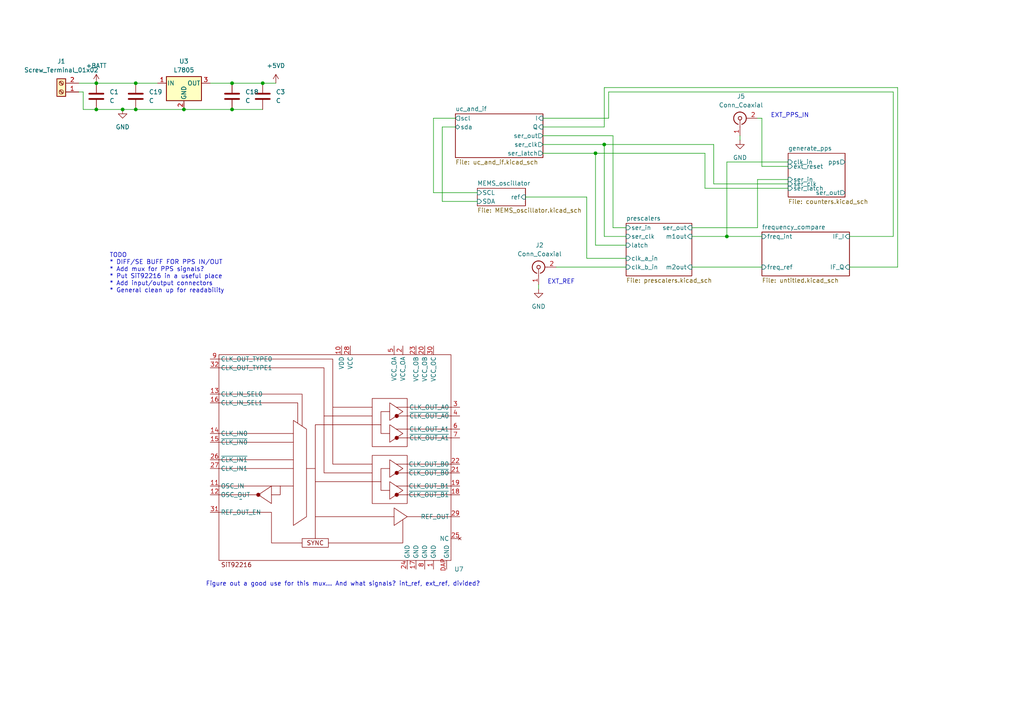
<source format=kicad_sch>
(kicad_sch (version 20230121) (generator eeschema)
  (paper "A4")
  (lib_symbols
    (symbol "Connector:Conn_Coaxial" (pin_names (offset 1.016) hide)
      (property "Reference" "J" (at 0.254 3.048 0))
      (property "Value" "Conn_Coaxial" (at 2.921 0 90))
      (symbol "Conn_Coaxial_0_1"
        (arc (start -1.778 -0.508) (mid 0.2311 -1.8066) (end 1.778 0) (stroke (width 0.254)))
        (polyline (pts (xy -2.54 0) (xy -0.508 0)))
        (polyline (pts (xy 0 -2.54) (xy 0 -1.778)))
        (circle (center 0 0) (radius 0.508) (stroke (width 0.2032)))
        (arc (start 1.778 0) (mid 0.2099 1.8101) (end -1.778 0.508) (stroke (width 0.254)))
      )
      (symbol "Conn_Coaxial_1_1"
        (pin passive line (at -5.08 0 0) (length 2.54) (name "In") (number "1"))
        (pin passive line (at 0 -5.08 90) (length 2.54) (name "Ext") (number "2"))
      )
    )
    (symbol "Connector:Screw_Terminal_01x02" (pin_names (offset 1.016) hide)
      (property "Reference" "J" (at 0 2.54 0))
      (property "Value" "Screw_Terminal_01x02" (at 0 -5.08 0))
      (symbol "Screw_Terminal_01x02_1_1"
        (rectangle (start -1.27 1.27) (end 1.27 -3.81) (stroke (width 0.254)) (fill (type background)))
        (circle (center 0 -2.54) (radius 0.635) (stroke (width 0.1524)))
        (polyline (pts (xy -0.5334 -2.2098) (xy 0.3302 -3.048)) (stroke (width 0.1524)))
        (polyline (pts (xy -0.5334 0.3302) (xy 0.3302 -0.508)) (stroke (width 0.1524)))
        (polyline (pts (xy -0.3556 -2.032) (xy 0.508 -2.8702)) (stroke (width 0.1524)))
        (polyline (pts (xy -0.3556 0.508) (xy 0.508 -0.3302)) (stroke (width 0.1524)))
        (circle (center 0 0) (radius 0.635) (stroke (width 0.1524)))
        (pin passive line (at -5.08 0 0) (length 3.81) (name "Pin_1") (number "1"))
        (pin passive line (at -5.08 -2.54 0) (length 3.81) (name "Pin_2") (number "2"))
      )
    )
    (symbol "Device:C" (pin_numbers hide) (pin_names (offset 0.254))
      (property "Reference" "C" (at 0.635 2.54 0))
      (property "Value" "C" (at 0.635 -2.54 0))
      (symbol "C_0_1"
        (polyline (pts (xy -2.032 -0.762) (xy 2.032 -0.762)) (stroke (width 0.508)))
        (polyline (pts (xy -2.032 0.762) (xy 2.032 0.762)) (stroke (width 0.508)))
      )
      (symbol "C_1_1"
        (pin passive line (at 0 3.81 270) (length 2.794) (name "~") (number "1"))
        (pin passive line (at 0 -3.81 90) (length 2.794) (name "~") (number "2"))
      )
    )
    (symbol "Regulator_Linear:L7805" (pin_names (offset 0.254))
      (property "Reference" "U" (at -3.81 3.175 0))
      (property "Value" "L7805" (at 0 3.175 0))
      (symbol "L7805_0_1"
        (rectangle (start -5.08 1.905) (end 5.08 -5.08) (stroke (width 0.254)) (fill (type background)))
      )
      (symbol "L7805_1_1"
        (pin power_in line (at -7.62 0 0) (length 2.54) (name "IN") (number "1"))
        (pin power_in line (at 0 -7.62 90) (length 2.54) (name "GND") (number "2"))
        (pin power_out line (at 7.62 0 180) (length 2.54) (name "OUT") (number "3"))
      )
    )
    (symbol "power:+5VD" (power) (pin_names (offset 0))
      (property "Value" "+5VD" (at 0 3.556 0))
      (symbol "+5VD_0_1"
        (polyline (pts (xy -0.762 1.27) (xy 0 2.54)))
        (polyline (pts (xy 0 0) (xy 0 2.54)))
        (polyline (pts (xy 0 2.54) (xy 0.762 1.27)))
      )
      (symbol "+5VD_1_1"
        (pin power_in line (at 0 0 90) (length 0) hide (name "+5VD") (number "1"))
      )
    )
    (symbol "power:+BATT" (power) (pin_names (offset 0))
      (property "Value" "+BATT" (at 0 3.556 0))
      (symbol "+BATT_0_1"
        (polyline (pts (xy -0.762 1.27) (xy 0 2.54)))
        (polyline (pts (xy 0 0) (xy 0 2.54)))
        (polyline (pts (xy 0 2.54) (xy 0.762 1.27)))
      )
      (symbol "+BATT_1_1"
        (pin power_in line (at 0 0 90) (length 0) hide (name "+BATT") (number "1"))
      )
    )
    (symbol "power:GND" (power) (pin_names (offset 0))
      (property "Value" "GND" (at 0 -3.81 0))
      (symbol "GND_0_1"
        (polyline (pts (xy 0 0) (xy 0 -1.27) (xy 1.27 -1.27) (xy 0 -2.54) (xy -1.27 -1.27) (xy 0 -1.27)))
      )
      (symbol "GND_1_1"
        (pin power_in line (at 0 0 270) (length 0) hide (name "GND") (number "1"))
      )
    )
    (symbol "sit92216_lib:SiT92216"
      (property "Reference" "U" (at 10.16 43.18 0))
      (symbol "SiT92216_0_1"
        (polyline (pts (xy 5.08 1.27) (xy 8.89 3.81) (xy 8.89 -1.27) (xy 5.08 1.27)))
      )
      (symbol "SiT92216_1_1"
        (rectangle (start -6.35 41.91) (end 60.96 -17.78))
        (polyline (pts (xy -6.35 3.81) (xy 15.24 3.81)))
        (polyline (pts (xy -6.35 8.89) (xy 15.24 8.89)))
        (polyline (pts (xy -6.35 11.43) (xy 15.24 11.43)))
        (polyline (pts (xy -6.35 16.51) (xy 15.24 16.51)))
        (polyline (pts (xy -6.35 19.05) (xy 15.24 19.05)))
        (polyline (pts (xy 5.08 1.27) (xy -6.35 1.27)))
        (polyline (pts (xy 19.05 8.89) (xy 21.59 8.89)))
        (polyline (pts (xy 21.59 -8.89) (xy 21.59 -11.43)))
        (polyline (pts (xy 21.59 8.89) (xy 21.59 -8.89)))
        (polyline (pts (xy 40.64 5.08) (xy 21.59 5.08)))
        (polyline (pts (xy 44.45 -5.08) (xy 21.59 -5.08)))
        (polyline (pts (xy 48.26 -5.08) (xy 60.96 -5.08)))
        (polyline (pts (xy 60.96 1.27) (xy 45.085 1.27)))
        (polyline (pts (xy 60.96 3.81) (xy 45.085 3.81)))
        (polyline (pts (xy 60.96 7.62) (xy 45.085 7.62)))
        (polyline (pts (xy 60.96 10.16) (xy 45.085 10.16)))
        (polyline (pts (xy 60.96 17.78) (xy 45.085 17.78)))
        (polyline (pts (xy 60.96 20.32) (xy 45.085 20.32)))
        (polyline (pts (xy 60.96 24.13) (xy 45.085 24.13)))
        (polyline (pts (xy 60.96 26.67) (xy 45.085 26.67)))
        (polyline (pts (xy 11.43 3.81) (xy 11.43 1.27) (xy 8.89 1.27)))
        (polyline (pts (xy 16.51 22.098) (xy 16.51 27.94) (xy -6.35 27.94)))
        (polyline (pts (xy 17.78 21.209) (xy 17.78 30.48) (xy -6.35 30.48)))
        (polyline (pts (xy 21.59 8.89) (xy 21.59 21.59) (xy 40.64 21.59)))
        (polyline (pts (xy 24.13 24.13) (xy 24.13 7.62) (xy 38.1 7.62)))
        (polyline (pts (xy 25.4 -12.7) (xy 46.99 -12.7) (xy 46.99 -5.969)))
        (polyline (pts (xy 26.67 26.67) (xy 26.67 10.16) (xy 38.1 10.16)))
        (polyline (pts (xy -6.35 -3.81) (xy 8.89 -3.81) (xy 8.89 -12.7) (xy 17.78 -12.7)))
        (polyline (pts (xy -6.35 38.1) (xy 24.13 38.1) (xy 24.13 24.13) (xy 38.1 24.13)))
        (polyline (pts (xy -6.35 40.64) (xy 26.67 40.64) (xy 26.67 26.67) (xy 38.1 26.67)))
        (polyline (pts (xy 43.18 8.89) (xy 40.64 8.89) (xy 40.64 2.54) (xy 43.18 2.54)))
        (polyline (pts (xy 43.18 25.4) (xy 40.64 25.4) (xy 40.64 19.05) (xy 43.18 19.05)))
        (polyline (pts (xy 46.99 2.54) (xy 43.18 5.08) (xy 43.18 0) (xy 46.99 2.54)))
        (polyline (pts (xy 46.99 8.89) (xy 43.18 11.43) (xy 43.18 6.35) (xy 46.99 8.89)))
        (polyline (pts (xy 46.99 19.05) (xy 43.18 21.59) (xy 43.18 16.51) (xy 46.99 19.05)))
        (polyline (pts (xy 46.99 25.4) (xy 43.18 27.94) (xy 43.18 22.86) (xy 46.99 25.4)))
        (polyline (pts (xy 48.26 -5.08) (xy 44.45 -2.54) (xy 44.45 -7.62) (xy 48.26 -5.08)))
        (polyline (pts (xy 15.24 21.59) (xy 15.24 -7.62) (xy 19.05 -5.08) (xy 19.05 20.32) (xy 15.24 22.86) (xy 15.24 21.59)))
        (circle (center 5.08 1.27) (radius 0.508) (fill (type outline)))
        (rectangle (start 17.78 -11.43) (end 25.4 -13.97))
        (rectangle (start 38.1 12.7) (end 48.26 -1.27))
        (rectangle (start 38.1 29.21) (end 48.26 15.24))
        (circle (center 45.212 1.27) (radius 0.508) (fill (type outline)))
        (circle (center 45.212 7.62) (radius 0.508) (fill (type outline)))
        (circle (center 45.212 17.78) (radius 0.508) (fill (type outline)))
        (circle (center 45.212 24.13) (radius 0.508) (fill (type outline)))
        (text "SiT92216" (at -1.27 -19.05 0) (effects (font (size 1.27 1.27))))
        (text "SYNC" (at 21.59 -12.7 0) (effects (font (size 1.27 1.27))))
        (pin power_in line (at 55.88 -20.32 90) (length 2.54) (name "GND") (number "1"))
        (pin power_in line (at 29.21 44.45 270) (length 2.54) (name "VDD") (number "10"))
        (pin input line (at -8.89 3.81 0) (length 2.54) (name "OSC_IN") (number "11"))
        (pin output line (at -8.89 1.27 0) (length 2.54) (name "OSC_OUT") (number "12"))
        (pin input line (at -8.89 30.48 0) (length 2.54) (name "CLK_IN_SEL0") (number "13"))
        (pin input line (at -8.89 19.05 0) (length 2.54) (name "CLK_IN0") (number "14"))
        (pin input line (at -8.89 16.51 0) (length 2.54) (name "~{CLK_IN0}") (number "15"))
        (pin input line (at -8.89 27.94 0) (length 2.54) (name "CLK_IN_SEL1") (number "16"))
        (pin power_in line (at 50.8 -20.32 90) (length 2.54) (name "GND") (number "17"))
        (pin output line (at 63.5 1.27 180) (length 2.54) (name "~{CLK_OUT_B1}") (number "18"))
        (pin output line (at 63.5 3.81 180) (length 2.54) (name "CLK_OUT_B1") (number "19"))
        (pin power_in line (at 46.99 44.45 270) (length 2.54) (name "VCC_OA") (number "2"))
        (pin power_in line (at 53.34 44.45 270) (length 2.54) (name "VCC_OB") (number "20"))
        (pin output line (at 63.5 7.62 180) (length 2.54) (name "~{CLK_OUT_B0}") (number "21"))
        (pin output line (at 63.5 10.16 180) (length 2.54) (name "CLK_OUT_B0") (number "22"))
        (pin power_in line (at 50.8 44.45 270) (length 2.54) (name "VCC_OB") (number "23"))
        (pin power_in line (at 48.26 -20.32 90) (length 2.54) (name "GND") (number "24"))
        (pin no_connect line (at 63.5 -11.43 180) (length 2.54) (name "NC") (number "25"))
        (pin input line (at -8.89 11.43 0) (length 2.54) (name "~{CLK_IN1}") (number "26"))
        (pin input line (at -8.89 8.89 0) (length 2.54) (name "CLK_IN1") (number "27"))
        (pin power_in line (at 31.75 44.45 270) (length 2.54) (name "VCC") (number "28"))
        (pin output line (at 63.5 -5.08 180) (length 2.54) (name "REF_OUT") (number "29"))
        (pin output line (at 63.5 26.67 180) (length 2.54) (name "CLK_OUT_A0") (number "3"))
        (pin power_in line (at 55.88 44.45 270) (length 2.54) (name "VCC_OC") (number "30"))
        (pin input line (at -8.89 -3.81 0) (length 2.54) (name "REF_OUT_EN") (number "31"))
        (pin input line (at -8.89 38.1 0) (length 2.54) (name "CLK_OUT_TYPE1") (number "32"))
        (pin output line (at 63.5 24.13 180) (length 2.54) (name "~{CLK_OUT_A0}") (number "4"))
        (pin power_in line (at 44.45 44.45 270) (length 2.54) (name "VCC_OA") (number "5"))
        (pin output line (at 63.5 20.32 180) (length 2.54) (name "CLK_OUT_A1") (number "6"))
        (pin output line (at 63.5 17.78 180) (length 2.54) (name "~{CLK_OUT_A1}") (number "7"))
        (pin power_in line (at 53.34 -20.32 90) (length 2.54) (name "GND") (number "8"))
        (pin input line (at -8.89 40.64 0) (length 2.54) (name "CLK_OUT_TYPE0") (number "9"))
        (pin power_in line (at 59.69 -20.32 90) (length 2.54) (name "GND") (number "DAP"))
      )
    )
  )
  (junction (at 27.94 24.13))
  (junction (at 76.2 24.13))
  (junction (at 39.37 31.75))
  (junction (at 35.56 31.75))
  (junction (at 67.31 31.75))
  (junction (at 27.94 31.75))
  (junction (at 172.72 44.45))
  (junction (at 175.26 41.91))
  (junction (at 53.34 31.75))
  (junction (at 39.37 24.13))
  (junction (at 67.31 24.13))
  (junction (at 210.82 68.58))
  (wire (pts (xy 177.8 39.37) (xy 177.8 66.04)))
  (wire (pts (xy 176.53 34.29) (xy 157.48 34.29)))
  (wire (pts (xy 204.47 44.45) (xy 172.72 44.45)))
  (wire (pts (xy 207.01 53.34) (xy 207.01 41.91)))
  (wire (pts (xy 125.73 34.29) (xy 132.08 34.29)))
  (wire (pts (xy 157.48 44.45) (xy 172.72 44.45)))
  (wire (pts (xy 24.13 26.67) (xy 24.13 31.75)))
  (wire (pts (xy 172.72 44.45) (xy 172.72 71.12)))
  (wire (pts (xy 200.66 77.47) (xy 220.98 77.47)))
  (wire (pts (xy 157.48 41.91) (xy 175.26 41.91)))
  (wire (pts (xy 132.08 36.83) (xy 128.27 36.83)))
  (wire (pts (xy 67.31 24.13) (xy 76.2 24.13)))
  (wire (pts (xy 157.48 39.37) (xy 177.8 39.37)))
  (wire (pts (xy 35.56 31.75) (xy 39.37 31.75)))
  (wire (pts (xy 220.98 48.26) (xy 228.6 48.26)))
  (wire (pts (xy 67.31 31.75) (xy 76.2 31.75)))
  (wire (pts (xy 161.29 77.47) (xy 181.61 77.47)))
  (wire (pts (xy 172.72 71.12) (xy 181.61 71.12)))
  (wire (pts (xy 175.26 36.83) (xy 157.48 36.83)))
  (wire (pts (xy 39.37 24.13) (xy 45.72 24.13)))
  (wire (pts (xy 128.27 36.83) (xy 128.27 58.42)))
  (wire (pts (xy 128.27 58.42) (xy 138.43 58.42)))
  (wire (pts (xy 39.37 31.75) (xy 53.34 31.75)))
  (wire (pts (xy 207.01 41.91) (xy 175.26 41.91)))
  (wire (pts (xy 219.71 34.29) (xy 220.98 34.29)))
  (wire (pts (xy 214.63 39.37) (xy 214.63 40.64)))
  (wire (pts (xy 259.08 26.67) (xy 176.53 26.67)))
  (wire (pts (xy 259.08 68.58) (xy 259.08 26.67)))
  (wire (pts (xy 175.26 41.91) (xy 175.26 68.58)))
  (wire (pts (xy 210.82 68.58) (xy 210.82 46.99)))
  (wire (pts (xy 210.82 46.99) (xy 228.6 46.99)))
  (wire (pts (xy 170.18 74.93) (xy 181.61 74.93)))
  (wire (pts (xy 220.98 34.29) (xy 220.98 48.26)))
  (wire (pts (xy 27.94 24.13) (xy 39.37 24.13)))
  (wire (pts (xy 260.35 25.4) (xy 175.26 25.4)))
  (wire (pts (xy 200.66 66.04) (xy 219.71 66.04)))
  (wire (pts (xy 138.43 55.88) (xy 125.73 55.88)))
  (wire (pts (xy 22.86 26.67) (xy 24.13 26.67)))
  (wire (pts (xy 260.35 77.47) (xy 260.35 25.4)))
  (wire (pts (xy 176.53 26.67) (xy 176.53 34.29)))
  (wire (pts (xy 219.71 52.07) (xy 228.6 52.07)))
  (wire (pts (xy 177.8 66.04) (xy 181.61 66.04)))
  (wire (pts (xy 204.47 54.61) (xy 204.47 44.45)))
  (wire (pts (xy 200.66 68.58) (xy 210.82 68.58)))
  (wire (pts (xy 22.86 24.13) (xy 27.94 24.13)))
  (wire (pts (xy 170.18 57.15) (xy 170.18 74.93)))
  (wire (pts (xy 228.6 54.61) (xy 204.47 54.61)))
  (wire (pts (xy 76.2 24.13) (xy 80.01 24.13)))
  (wire (pts (xy 125.73 55.88) (xy 125.73 34.29)))
  (wire (pts (xy 60.96 24.13) (xy 67.31 24.13)))
  (wire (pts (xy 246.38 68.58) (xy 259.08 68.58)))
  (wire (pts (xy 27.94 31.75) (xy 35.56 31.75)))
  (wire (pts (xy 175.26 68.58) (xy 181.61 68.58)))
  (wire (pts (xy 219.71 66.04) (xy 219.71 52.07)))
  (wire (pts (xy 246.38 77.47) (xy 260.35 77.47)))
  (wire (pts (xy 175.26 25.4) (xy 175.26 36.83)))
  (wire (pts (xy 53.34 31.75) (xy 67.31 31.75)))
  (wire (pts (xy 152.4 57.15) (xy 170.18 57.15)))
  (wire (pts (xy 210.82 68.58) (xy 220.98 68.58)))
  (wire (pts (xy 156.21 82.55) (xy 156.21 83.82)))
  (wire (pts (xy 228.6 53.34) (xy 207.01 53.34)))
  (wire (pts (xy 24.13 31.75) (xy 27.94 31.75)))
  (text "EXT_REF" (at 158.75 82.55 0) (effects (font (size 1.27 1.27)) (justify left bottom)))
  (text "EXT_PPS_IN" (at 223.52 34.29 0) (effects (font (size 1.27 1.27)) (justify left bottom)))
  (text "TODO \n* DIFF/SE BUFF FOR PPS IN/OUT\n* Add mux for PPS signals?\n* Put SiT92216 in a useful place\n* Add input/output connectors\n* General clean up for readability\n" (at 31.75 85.09 0) (effects (font (size 1.27 1.27)) (justify left bottom)))
  (text "Figure out a good use for this mux... And what signals? int_ref, ext_ref, divided?" (at 59.69 170.18 0) (effects (font (size 1.27 1.27)) (justify left bottom)))
  (symbol (lib_id "Connector:Screw_Terminal_01x02") (at 17.78 26.67 180) (unit 1)
    (property "Reference" "J1" (at 17.78 17.78 0))
    (property "Value" "Screw_Terminal_01x02" (at 17.78 20.32 0))
  )
  (symbol (lib_id "sit92216_lib:SiT92216") (at 69.85 144.78 0) (unit 1)
    (property "Reference" "U7" (at 131.7341 165.1 0) (effects (justify left)))
    (property "Value" "~" (at 69.85 144.78 0))
  )
  (symbol (lib_id "Device:C") (at 76.2 27.94 0) (unit 1)
    (property "Reference" "C3" (at 80.01 26.67 0) (effects (justify left)))
    (property "Value" "C" (at 80.01 29.21 0) (effects (justify left)))
  )
  (symbol (lib_id "Device:C") (at 27.94 27.94 0) (unit 1)
    (property "Reference" "C1" (at 31.75 26.67 0) (effects (justify left)))
    (property "Value" "C" (at 31.75 29.21 0) (effects (justify left)))
  )
  (symbol (lib_id "power:GND") (at 35.56 31.75 0) (unit 1)
    (property "Reference" "#PWR01" (effects hide))
    (property "Value" "GND" (at 35.56 36.83 0))
  )
  (symbol (lib_id "Connector:Conn_Coaxial") (at 214.63 34.29 90) (unit 1)
    (property "Reference" "J5" (at 214.9232 27.94 90))
    (property "Value" "Conn_Coaxial" (at 214.9232 30.48 90))
    (property "Datasheet" " ~" (effects hide))
  )
  (symbol (lib_id "power:+BATT") (at 27.94 24.13 0) (unit 1)
    (property "Reference" "#PWR099" (effects hide))
    (property "Value" "+BATT" (at 27.94 19.05 0))
  )
  (symbol (lib_id "power:+5VD") (at 80.01 24.13 0) (unit 1)
    (property "Reference" "#PWR011" (effects hide))
    (property "Value" "+5VD" (at 80.01 19.05 0))
  )
  (symbol (lib_id "Device:C") (at 39.37 27.94 0) (unit 1)
    (property "Reference" "C19" (at 43.18 26.67 0) (effects (justify left)))
    (property "Value" "C" (at 43.18 29.21 0) (effects (justify left)))
  )
  (symbol (lib_id "Regulator_Linear:L7805") (at 53.34 24.13 0) (unit 1)
    (property "Reference" "U3" (at 53.34 17.78 0))
    (property "Value" "L7805" (at 53.34 20.32 0))
    (property "Datasheet" "http://www.st.com/content/ccc/resource/technical/document/datasheet/41/4f/b3/b0/12/d4/47/88/CD00000444.pdf/files/CD00000444.pdf/jcr:content/translations/en.CD00000444.pdf" (effects hide))
  )
  (symbol (lib_id "power:GND") (at 156.21 83.82 0) (unit 1)
    (property "Reference" "#PWR086" (effects hide))
    (property "Value" "GND" (at 156.21 88.9 0))
  )
  (symbol (lib_id "Device:C") (at 67.31 27.94 0) (unit 1)
    (property "Reference" "C18" (at 71.12 26.67 0) (effects (justify left)))
    (property "Value" "C" (at 71.12 29.21 0) (effects (justify left)))
  )
  (symbol (lib_id "Connector:Conn_Coaxial") (at 156.21 77.47 90) (unit 1)
    (property "Reference" "J2" (at 156.5032 71.12 90))
    (property "Value" "Conn_Coaxial" (at 156.5032 73.66 90))
    (property "Datasheet" " ~" (effects hide))
  )
  (symbol (lib_id "power:GND") (at 214.63 40.64 0) (unit 1)
    (property "Reference" "#PWR087" (effects hide))
    (property "Value" "GND" (at 214.63 45.72 0))
  )
  (sheet (at 181.61 64.77) (size 19.05 15.24) (stroke (width 0.1524))
    (property "Sheetname" "prescalers" (at 181.61 64.0584 0) (effects (justify left bottom)))
    (property "Sheetfile" "prescalers.kicad_sch" (at 181.61 80.5946 0) (effects (justify left top)))
    (pin "m1out" input (at 200.66 68.58 0))
    (pin "m2out" input (at 200.66 77.47 0))
    (pin "clk_b_in" input (at 181.61 77.47 180))
    (pin "clk_a_in" input (at 181.61 74.93 180))
    (pin "latch" input (at 181.61 71.12 180))
    (pin "ser_out" input (at 200.66 66.04 0))
    (pin "ser_clk" input (at 181.61 68.58 180))
    (pin "ser_in" input (at 181.61 66.04 180))
  )
  (sheet (at 228.6 44.45) (size 16.51 12.7) (stroke (width 0.1524))
    (property "Sheetname" "generate_pps" (at 228.6 43.7384 0) (effects (justify left bottom)))
    (property "Sheetfile" "counters.kicad_sch" (at 228.6 57.7346 0) (effects (justify left top)))
    (pin "clk_in" input (at 228.6 46.99 180))
    (pin "pps" output (at 245.11 46.99 0))
    (pin "ext_reset" input (at 228.6 48.26 180))
    (pin "ser_in" input (at 228.6 52.07 180))
    (pin "ser_clk" input (at 228.6 53.34 180))
    (pin "ser_latch" input (at 228.6 54.61 180))
    (pin "ser_out" output (at 245.11 55.88 0))
  )
  (sheet (at 132.08 33.02) (size 25.4 12.7) (stroke (width 0.1524))
    (property "Sheetname" "uc_and_if" (at 132.08 32.3084 0) (effects (justify left bottom)))
    (property "Sheetfile" "uc_and_if.kicad_sch" (at 132.08 46.3046 0) (effects (justify left top)))
    (pin "ser_latch" output (at 157.48 44.45 0))
    (pin "ser_out" output (at 157.48 39.37 0))
    (pin "ser_clk" output (at 157.48 41.91 0))
    (pin "scl" output (at 132.08 34.29 180))
    (pin "sda" bidirectional (at 132.08 36.83 180))
    (pin "I" input (at 157.48 34.29 0))
    (pin "Q" input (at 157.48 36.83 0))
  )
  (sheet (at 138.43 54.61) (size 13.97 5.08) (stroke (width 0.1524))
    (property "Sheetname" "MEMS_oscillator" (at 138.43 53.8984 0) (effects (justify left bottom)))
    (property "Sheetfile" "MEMS_oscillator.kicad_sch" (at 138.43 60.2746 0) (effects (justify left top)))
    (pin "ref" input (at 152.4 57.15 0))
    (pin "SCL" input (at 138.43 55.88 180))
    (pin "SDA" input (at 138.43 58.42 180))
  )
  (sheet (at 220.98 67.31) (size 25.4 12.7) (stroke (width 0.1524))
    (property "Sheetname" "frequency_compare" (at 220.98 66.5984 0) (effects (justify left bottom)))
    (property "Sheetfile" "untitled.kicad_sch" (at 220.98 80.5946 0) (effects (justify left top)))
    (pin "freq_int" input (at 220.98 68.58 180))
    (pin "freq_ref" input (at 220.98 77.47 180))
    (pin "IF_I" input (at 246.38 68.58 0))
    (pin "IF_Q" input (at 246.38 77.47 0))
  )
)
</source>
